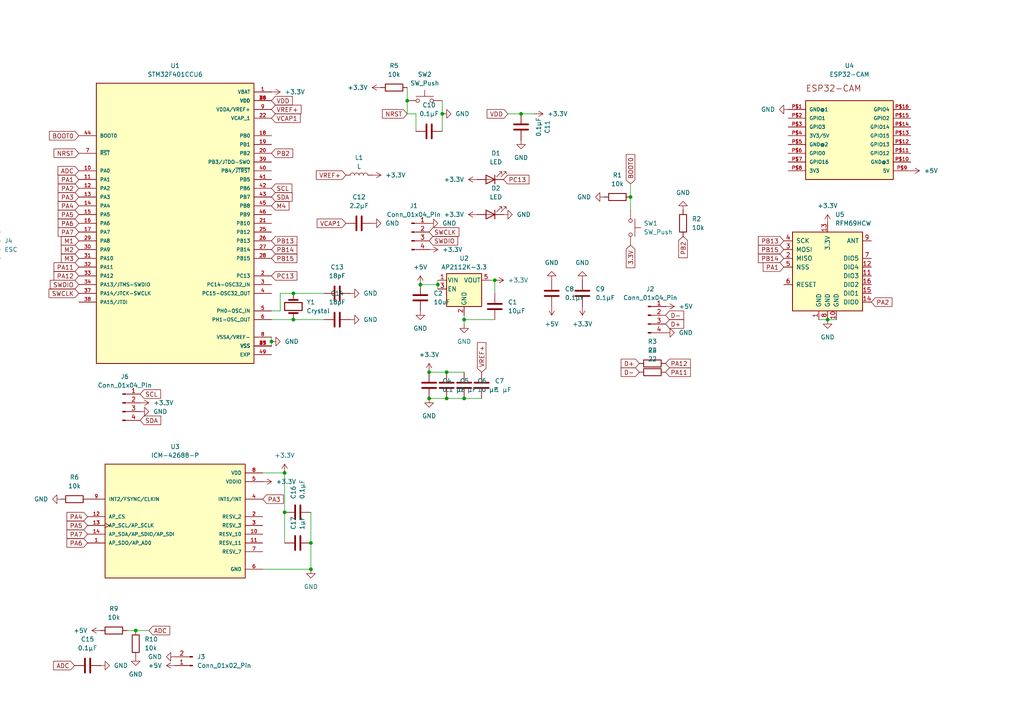
<source format=kicad_sch>
(kicad_sch (version 20231120) (generator "eeschema") (generator_version "8.0")
  (paper "A4")
  (lib_symbols
    (symbol "Connector:Conn_01x02_Pin" (pin_names (offset 1.016) hide)
      (property "Reference" "J" (at 0 2.54 0))
      (property "Value" "Conn_01x02_Pin" (at 0 -5.08 0))
      (symbol "Conn_01x02_Pin_1_1"
        (polyline (pts (xy 1.27 -2.54) (xy 0.8636 -2.54)) (stroke (width 0.1524)))
        (polyline (pts (xy 1.27 0) (xy 0.8636 0)) (stroke (width 0.1524)))
        (rectangle (start 0.8636 -2.413) (end 0 -2.667) (stroke (width 0.1524)) (fill (type outline)))
        (rectangle (start 0.8636 0.127) (end 0 -0.127) (stroke (width 0.1524)) (fill (type outline)))
        (pin passive line (at 5.08 0 180) (length 3.81) (name "Pin_1") (number "1"))
        (pin passive line (at 5.08 -2.54 180) (length 3.81) (name "Pin_2") (number "2"))
      )
    )
    (symbol "Connector:Conn_01x04_Pin" (pin_names (offset 1.016) hide)
      (property "Reference" "J" (at 0 5.08 0))
      (property "Value" "Conn_01x04_Pin" (at 0 -7.62 0))
      (symbol "Conn_01x04_Pin_1_1"
        (polyline (pts (xy 1.27 -5.08) (xy 0.8636 -5.08)) (stroke (width 0.1524)))
        (polyline (pts (xy 1.27 -2.54) (xy 0.8636 -2.54)) (stroke (width 0.1524)))
        (polyline (pts (xy 1.27 0) (xy 0.8636 0)) (stroke (width 0.1524)))
        (polyline (pts (xy 1.27 2.54) (xy 0.8636 2.54)) (stroke (width 0.1524)))
        (rectangle (start 0.8636 -4.953) (end 0 -5.207) (stroke (width 0.1524)) (fill (type outline)))
        (rectangle (start 0.8636 -2.413) (end 0 -2.667) (stroke (width 0.1524)) (fill (type outline)))
        (rectangle (start 0.8636 0.127) (end 0 -0.127) (stroke (width 0.1524)) (fill (type outline)))
        (rectangle (start 0.8636 2.667) (end 0 2.413) (stroke (width 0.1524)) (fill (type outline)))
        (pin passive line (at 5.08 2.54 180) (length 3.81) (name "Pin_1") (number "1"))
        (pin passive line (at 5.08 0 180) (length 3.81) (name "Pin_2") (number "2"))
        (pin passive line (at 5.08 -2.54 180) (length 3.81) (name "Pin_3") (number "3"))
        (pin passive line (at 5.08 -5.08 180) (length 3.81) (name "Pin_4") (number "4"))
      )
    )
    (symbol "Device:C" (pin_numbers hide) (pin_names (offset 0.254))
      (property "Reference" "C" (at 0.635 2.54 0))
      (property "Value" "C" (at 0.635 -2.54 0))
      (symbol "C_0_1"
        (polyline (pts (xy -2.032 -0.762) (xy 2.032 -0.762)) (stroke (width 0.508)))
        (polyline (pts (xy -2.032 0.762) (xy 2.032 0.762)) (stroke (width 0.508)))
      )
      (symbol "C_1_1"
        (pin passive line (at 0 3.81 270) (length 2.794) (name "~") (number "1"))
        (pin passive line (at 0 -3.81 90) (length 2.794) (name "~") (number "2"))
      )
    )
    (symbol "Device:Crystal" (pin_numbers hide) (pin_names (offset 1.016) hide)
      (property "Reference" "Y" (at 0 3.81 0))
      (property "Value" "Crystal" (at 0 -3.81 0))
      (symbol "Crystal_0_1"
        (rectangle (start -1.143 2.54) (end 1.143 -2.54) (stroke (width 0.3048)))
        (polyline (pts (xy -2.54 0) (xy -1.905 0)))
        (polyline (pts (xy -1.905 -1.27) (xy -1.905 1.27)) (stroke (width 0.508)))
        (polyline (pts (xy 1.905 -1.27) (xy 1.905 1.27)) (stroke (width 0.508)))
        (polyline (pts (xy 2.54 0) (xy 1.905 0)))
      )
      (symbol "Crystal_1_1"
        (pin passive line (at -3.81 0 0) (length 1.27) (name "1") (number "1"))
        (pin passive line (at 3.81 0 180) (length 1.27) (name "2") (number "2"))
      )
    )
    (symbol "Device:L" (pin_numbers hide) (pin_names (offset 1.016) hide)
      (property "Reference" "L" (at -1.27 0 90))
      (property "Value" "L" (at 1.905 0 90))
      (symbol "L_0_1"
        (arc (start 0 -2.54) (mid 0.6323 -1.905) (end 0 -1.27))
        (arc (start 0 -1.27) (mid 0.6323 -0.635) (end 0 0))
        (arc (start 0 0) (mid 0.6323 0.635) (end 0 1.27))
        (arc (start 0 1.27) (mid 0.6323 1.905) (end 0 2.54))
      )
      (symbol "L_1_1"
        (pin passive line (at 0 3.81 270) (length 1.27) (name "1") (number "1"))
        (pin passive line (at 0 -3.81 90) (length 1.27) (name "2") (number "2"))
      )
    )
    (symbol "Device:LED" (pin_numbers hide) (pin_names (offset 1.016) hide)
      (property "Reference" "D" (at 0 2.54 0))
      (property "Value" "LED" (at 0 -2.54 0))
      (symbol "LED_0_1"
        (polyline (pts (xy -1.27 -1.27) (xy -1.27 1.27)) (stroke (width 0.254)))
        (polyline (pts (xy -1.27 0) (xy 1.27 0)))
        (polyline (pts (xy 1.27 -1.27) (xy 1.27 1.27) (xy -1.27 0) (xy 1.27 -1.27)) (stroke (width 0.254)))
        (polyline (pts (xy -3.048 -0.762) (xy -4.572 -2.286) (xy -3.81 -2.286) (xy -4.572 -2.286) (xy -4.572 -1.524)))
        (polyline (pts (xy -1.778 -0.762) (xy -3.302 -2.286) (xy -2.54 -2.286) (xy -3.302 -2.286) (xy -3.302 -1.524)))
      )
      (symbol "LED_1_1"
        (pin passive line (at -3.81 0 0) (length 2.54) (name "K") (number "1"))
        (pin passive line (at 3.81 0 180) (length 2.54) (name "A") (number "2"))
      )
    )
    (symbol "Device:R" (pin_numbers hide) (pin_names (offset 0))
      (property "Reference" "R" (at 2.032 0 90))
      (property "Value" "R" (at 0 0 90))
      (symbol "R_0_1"
        (rectangle (start -1.016 -2.54) (end 1.016 2.54) (stroke (width 0.254)))
      )
      (symbol "R_1_1"
        (pin passive line (at 0 3.81 270) (length 1.27) (name "~") (number "1"))
        (pin passive line (at 0 -3.81 90) (length 1.27) (name "~") (number "2"))
      )
    )
    (symbol "ESP32-CAM:ESP32-CAM" (pin_names (offset 1.016))
      (property "Reference" "U" (at 0 0 0))
      (property "Value" "ESP32-CAM" (at 0 0 0))
      (symbol "ESP32-CAM_0_0"
        (rectangle (start -12.7 -10.16) (end 12.7 12.7) (stroke (width 0.254)) (fill (type background)))
        (text "ESP32-CAM" (at -12.7 15.24 0) (effects (font (size 1.778 1.778)) (justify left bottom)))
        (pin bidirectional line (at -17.78 10.16 0) (length 5.08) (name "GND@1") (number "P$1"))
        (pin bidirectional line (at 17.78 -5.08 180) (length 5.08) (name "GND@3") (number "P$10"))
        (pin bidirectional line (at 17.78 -2.54 180) (length 5.08) (name "GPIO12") (number "P$11"))
        (pin bidirectional line (at 17.78 0 180) (length 5.08) (name "GPIO13") (number "P$12"))
        (pin bidirectional line (at 17.78 2.54 180) (length 5.08) (name "GPIO15") (number "P$13"))
        (pin bidirectional line (at 17.78 5.08 180) (length 5.08) (name "GPIO14") (number "P$14"))
        (pin bidirectional line (at 17.78 7.62 180) (length 5.08) (name "GPIO2") (number "P$15"))
        (pin bidirectional line (at 17.78 10.16 180) (length 5.08) (name "GPIO4") (number "P$16"))
        (pin bidirectional line (at -17.78 7.62 0) (length 5.08) (name "GPIO1") (number "P$2"))
        (pin bidirectional line (at -17.78 5.08 0) (length 5.08) (name "GPIO3") (number "P$3"))
        (pin bidirectional line (at -17.78 2.54 0) (length 5.08) (name "3V3/5V") (number "P$4"))
        (pin bidirectional line (at -17.78 0 0) (length 5.08) (name "GND@2") (number "P$5"))
        (pin bidirectional line (at -17.78 -2.54 0) (length 5.08) (name "GPIO0") (number "P$6"))
        (pin bidirectional line (at -17.78 -5.08 0) (length 5.08) (name "GPIO16") (number "P$7"))
        (pin bidirectional line (at -17.78 -7.62 0) (length 5.08) (name "3V3") (number "P$8"))
        (pin bidirectional line (at 17.78 -7.62 180) (length 5.08) (name "5V") (number "P$9"))
      )
    )
    (symbol "ICM-42688-P:ICM-42688-P" (pin_names (offset 1.016))
      (property "Reference" "U" (at -20.32 16.002 0))
      (property "Value" "ICM-42688-P" (at -20.32 -20.32 0))
      (symbol "ICM-42688-P_0_0"
        (rectangle (start -20.32 -17.78) (end 20.32 15.24) (stroke (width 0.254)) (fill (type background)))
        (pin bidirectional line (at -25.4 -7.62 0) (length 5.08) (name "AP_SDO/AP_AD0") (number "1"))
        (pin passive line (at 25.4 -5.08 180) (length 5.08) (name "RESV_10") (number "10"))
        (pin passive line (at 25.4 -7.62 180) (length 5.08) (name "RESV_11") (number "11"))
        (pin input line (at -25.4 0 0) (length 5.08) (name "AP_CS") (number "12"))
        (pin input clock (at -25.4 -2.54 0) (length 5.08) (name "AP_SCL/AP_SCLK") (number "13"))
        (pin bidirectional line (at -25.4 -5.08 0) (length 5.08) (name "AP_SDA/AP_SDIO/AP_SDI") (number "14"))
        (pin passive line (at 25.4 0 180) (length 5.08) (name "RESV_2") (number "2"))
        (pin passive line (at 25.4 -2.54 180) (length 5.08) (name "RESV_3") (number "3"))
        (pin output line (at 25.4 5.08 180) (length 5.08) (name "INT1/INT") (number "4"))
        (pin power_in line (at 25.4 10.16 180) (length 5.08) (name "VDDIO") (number "5"))
        (pin power_in line (at 25.4 -15.24 180) (length 5.08) (name "GND") (number "6"))
        (pin passive line (at 25.4 -10.16 180) (length 5.08) (name "RESV_7") (number "7"))
        (pin power_in line (at 25.4 12.7 180) (length 5.08) (name "VDD") (number "8"))
        (pin bidirectional line (at -25.4 5.08 0) (length 5.08) (name "INT2/FSYNC/CLKIN") (number "9"))
      )
    )
    (symbol "RF_Module:RFM69HCW" (pin_names (offset 1.016))
      (property "Reference" "U" (at -10.414 11.684 0))
      (property "Value" "RFM69HCW" (at 1.524 11.43 0))
      (symbol "RFM69HCW_0_1"
        (rectangle (start -10.16 10.16) (end 10.16 -12.7) (stroke (width 0.254)) (fill (type background)))
      )
      (symbol "RFM69HCW_1_1"
        (pin power_in line (at -2.54 -15.24 90) (length 2.54) (name "GND") (number "1"))
        (pin power_in line (at 2.54 -15.24 90) (length 2.54) (name "GND") (number "10"))
        (pin bidirectional line (at 12.7 -2.54 180) (length 2.54) (name "DIO3") (number "11"))
        (pin bidirectional line (at 12.7 0 180) (length 2.54) (name "DIO4") (number "12"))
        (pin power_in line (at 0 12.7 270) (length 2.54) (name "3.3V") (number "13"))
        (pin bidirectional line (at 12.7 -10.16 180) (length 2.54) (name "DIO0") (number "14"))
        (pin bidirectional line (at 12.7 -7.62 180) (length 2.54) (name "DIO1") (number "15"))
        (pin bidirectional line (at 12.7 -5.08 180) (length 2.54) (name "DIO2") (number "16"))
        (pin output line (at -12.7 2.54 0) (length 2.54) (name "MISO") (number "2"))
        (pin input line (at -12.7 5.08 0) (length 2.54) (name "MOSI") (number "3"))
        (pin input line (at -12.7 7.62 0) (length 2.54) (name "SCK") (number "4"))
        (pin input line (at -12.7 0 0) (length 2.54) (name "NSS") (number "5"))
        (pin bidirectional line (at -12.7 -5.08 0) (length 2.54) (name "RESET") (number "6"))
        (pin bidirectional line (at 12.7 2.54 180) (length 2.54) (name "DIO5") (number "7"))
        (pin power_in line (at 0 -15.24 90) (length 2.54) (name "GND") (number "8"))
        (pin bidirectional line (at 12.7 7.62 180) (length 2.54) (name "ANT") (number "9"))
      )
    )
    (symbol "Regulator_Linear:AP2112K-3.3" (pin_names (offset 0.254))
      (property "Reference" "U" (at -5.08 5.715 0))
      (property "Value" "AP2112K-3.3" (at 0 5.715 0))
      (symbol "AP2112K-3.3_0_1"
        (rectangle (start -5.08 4.445) (end 5.08 -5.08) (stroke (width 0.254)) (fill (type background)))
      )
      (symbol "AP2112K-3.3_1_1"
        (pin power_in line (at -7.62 2.54 0) (length 2.54) (name "VIN") (number "1"))
        (pin power_in line (at 0 -7.62 90) (length 2.54) (name "GND") (number "2"))
        (pin input line (at -7.62 0 0) (length 2.54) (name "EN") (number "3"))
        (pin no_connect line (at 5.08 0 180) (length 2.54) hide (name "NC") (number "4"))
        (pin power_out line (at 7.62 2.54 180) (length 2.54) (name "VOUT") (number "5"))
      )
    )
    (symbol "STM32F401CCU6:STM32F401CCU6" (pin_names (offset 1.016))
      (property "Reference" "U" (at -22.86 41.402 0))
      (property "Value" "STM32F401CCU6" (at -22.86 -43.18 0))
      (symbol "STM32F401CCU6_0_0"
        (rectangle (start -22.86 -40.64) (end 22.86 40.64) (stroke (width 0.254)) (fill (type background)))
        (pin power_in line (at 27.94 38.1 180) (length 5.08) (name "VBAT") (number "1"))
        (pin bidirectional line (at -27.94 15.24 0) (length 5.08) (name "PA0") (number "10"))
        (pin bidirectional line (at -27.94 12.7 0) (length 5.08) (name "PA1") (number "11"))
        (pin bidirectional line (at -27.94 10.16 0) (length 5.08) (name "PA2") (number "12"))
        (pin bidirectional line (at -27.94 7.62 0) (length 5.08) (name "PA3") (number "13"))
        (pin bidirectional line (at -27.94 5.08 0) (length 5.08) (name "PA4") (number "14"))
        (pin bidirectional line (at -27.94 2.54 0) (length 5.08) (name "PA5") (number "15"))
        (pin bidirectional line (at -27.94 0 0) (length 5.08) (name "PA6") (number "16"))
        (pin bidirectional line (at -27.94 -2.54 0) (length 5.08) (name "PA7") (number "17"))
        (pin bidirectional line (at 27.94 25.4 180) (length 5.08) (name "PB0") (number "18"))
        (pin bidirectional line (at 27.94 22.86 180) (length 5.08) (name "PB1") (number "19"))
        (pin bidirectional line (at 27.94 -15.24 180) (length 5.08) (name "PC13") (number "2"))
        (pin bidirectional line (at 27.94 20.32 180) (length 5.08) (name "PB2") (number "20"))
        (pin bidirectional line (at 27.94 0 180) (length 5.08) (name "PB10") (number "21"))
        (pin power_in line (at 27.94 30.48 180) (length 5.08) (name "VCAP_1") (number "22"))
        (pin power_in line (at 27.94 -35.56 180) (length 5.08) (name "VSS") (number "23"))
        (pin power_in line (at 27.94 35.56 180) (length 5.08) (name "VDD") (number "24"))
        (pin bidirectional line (at 27.94 -2.54 180) (length 5.08) (name "PB12") (number "25"))
        (pin bidirectional line (at 27.94 -5.08 180) (length 5.08) (name "PB13") (number "26"))
        (pin bidirectional line (at 27.94 -7.62 180) (length 5.08) (name "PB14") (number "27"))
        (pin bidirectional line (at 27.94 -10.16 180) (length 5.08) (name "PB15") (number "28"))
        (pin bidirectional line (at -27.94 -5.08 0) (length 5.08) (name "PA8") (number "29"))
        (pin bidirectional line (at 27.94 -17.78 180) (length 5.08) (name "PC14-OSC32_IN") (number "3"))
        (pin bidirectional line (at -27.94 -7.62 0) (length 5.08) (name "PA9") (number "30"))
        (pin bidirectional line (at -27.94 -10.16 0) (length 5.08) (name "PA10") (number "31"))
        (pin bidirectional line (at -27.94 -12.7 0) (length 5.08) (name "PA11") (number "32"))
        (pin bidirectional line (at -27.94 -15.24 0) (length 5.08) (name "PA12") (number "33"))
        (pin bidirectional line (at -27.94 -17.78 0) (length 5.08) (name "PA13/JTMS-SWDIO") (number "34"))
        (pin power_in line (at 27.94 -35.56 180) (length 5.08) (name "VSS") (number "35"))
        (pin power_in line (at 27.94 35.56 180) (length 5.08) (name "VDD") (number "36"))
        (pin bidirectional line (at -27.94 -20.32 0) (length 5.08) (name "PA14/JTCK-SWCLK") (number "37"))
        (pin bidirectional line (at -27.94 -22.86 0) (length 5.08) (name "PA15/JTDI") (number "38"))
        (pin bidirectional line (at 27.94 17.78 180) (length 5.08) (name "PB3/JTDO-SWO") (number "39"))
        (pin bidirectional line (at 27.94 -20.32 180) (length 5.08) (name "PC15-OSC32_OUT") (number "4"))
        (pin bidirectional line (at 27.94 15.24 180) (length 5.08) (name "PB4/~{JTRST}") (number "40"))
        (pin bidirectional line (at 27.94 12.7 180) (length 5.08) (name "PB5") (number "41"))
        (pin bidirectional line (at 27.94 10.16 180) (length 5.08) (name "PB6") (number "42"))
        (pin bidirectional line (at 27.94 7.62 180) (length 5.08) (name "PB7") (number "43"))
        (pin input line (at -27.94 25.4 0) (length 5.08) (name "BOOT0") (number "44"))
        (pin bidirectional line (at 27.94 5.08 180) (length 5.08) (name "PB8") (number "45"))
        (pin bidirectional line (at 27.94 2.54 180) (length 5.08) (name "PB9") (number "46"))
        (pin power_in line (at 27.94 -35.56 180) (length 5.08) (name "VSS") (number "47"))
        (pin power_in line (at 27.94 35.56 180) (length 5.08) (name "VDD") (number "48"))
        (pin power_in line (at 27.94 -38.1 180) (length 5.08) (name "EXP") (number "49"))
        (pin bidirectional line (at 27.94 -25.4 180) (length 5.08) (name "PH0-OSC_IN") (number "5"))
        (pin bidirectional line (at 27.94 -27.94 180) (length 5.08) (name "PH1-OSC_OUT") (number "6"))
        (pin bidirectional line (at -27.94 20.32 0) (length 5.08) (name "~{RST}") (number "7"))
        (pin power_in line (at 27.94 -33.02 180) (length 5.08) (name "VSSA/VREF-") (number "8"))
        (pin power_in line (at 27.94 33.02 180) (length 5.08) (name "VDDA/VREF+") (number "9"))
      )
    )
    (symbol "Switch:SW_Push" (pin_numbers hide) (pin_names (offset 1.016) hide)
      (property "Reference" "SW" (at 1.27 2.54 0))
      (property "Value" "SW_Push" (at 0 -1.524 0))
      (symbol "SW_Push_0_1"
        (circle (center -2.032 0) (radius 0.508))
        (polyline (pts (xy 0 1.27) (xy 0 3.048)))
        (polyline (pts (xy 2.54 1.27) (xy -2.54 1.27)))
        (circle (center 2.032 0) (radius 0.508))
        (pin passive line (at -5.08 0 0) (length 2.54) (name "1") (number "1"))
        (pin passive line (at 5.08 0 180) (length 2.54) (name "2") (number "2"))
      )
    )
    (symbol "power:+3.3V" (power) (pin_numbers hide) (pin_names (offset 0) hide)
      (property "Value" "+3.3V" (at 0 3.556 0))
      (symbol "+3.3V_0_1"
        (polyline (pts (xy -0.762 1.27) (xy 0 2.54)))
        (polyline (pts (xy 0 0) (xy 0 2.54)))
        (polyline (pts (xy 0 2.54) (xy 0.762 1.27)))
      )
      (symbol "+3.3V_1_1"
        (pin power_in line (at 0 0 90) (length 0) (name "~") (number "1"))
      )
    )
    (symbol "power:+5V" (power) (pin_numbers hide) (pin_names (offset 0) hide)
      (property "Value" "+5V" (at 0 3.556 0))
      (symbol "+5V_0_1"
        (polyline (pts (xy -0.762 1.27) (xy 0 2.54)))
        (polyline (pts (xy 0 0) (xy 0 2.54)))
        (polyline (pts (xy 0 2.54) (xy 0.762 1.27)))
      )
      (symbol "+5V_1_1"
        (pin power_in line (at 0 0 90) (length 0) (name "~") (number "1"))
      )
    )
    (symbol "power:GND" (power) (pin_numbers hide) (pin_names (offset 0) hide)
      (property "Value" "GND" (at 0 -3.81 0))
      (symbol "GND_0_1"
        (polyline (pts (xy 0 0) (xy 0 -1.27) (xy 1.27 -1.27) (xy 0 -2.54) (xy -1.27 -1.27) (xy 0 -1.27)))
      )
      (symbol "GND_1_1"
        (pin power_in line (at 0 0 270) (length 0) (name "~") (number "1"))
      )
    )
  )
  (junction (at 124.46 107.95))
  (junction (at 118.11 29.21))
  (junction (at 129.54 107.95))
  (junction (at 143.51 81.28))
  (junction (at 90.17 165.1))
  (junction (at 39.37 182.88))
  (junction (at 182.88 57.15))
  (junction (at 151.13 33.02))
  (junction (at 127 82.55))
  (junction (at 85.09 92.71))
  (junction (at 90.17 157.48))
  (junction (at 85.09 85.09))
  (junction (at 129.54 115.57))
  (junction (at 134.62 115.57))
  (junction (at 128.27 33.02))
  (junction (at 82.55 137.16))
  (junction (at 121.92 82.55))
  (junction (at 82.55 148.59))
  (junction (at 240.03 92.71))
  (junction (at 78.74 99.06))
  (junction (at 134.62 92.71))
  (junction (at 124.46 115.57))
  (wire (pts (xy 151.13 33.02) (xy 154.94 33.02)))
  (wire (pts (xy 78.74 90.17) (xy 81.28 90.17)))
  (wire (pts (xy 127 81.28) (xy 127 82.55)))
  (wire (pts (xy 82.55 148.59) (xy 82.55 157.48)))
  (wire (pts (xy 240.03 92.71) (xy 242.57 92.71)))
  (wire (pts (xy 120.65 38.1) (xy 120.65 33.02)))
  (wire (pts (xy 93.98 85.09) (xy 85.09 85.09)))
  (wire (pts (xy 93.98 92.71) (xy 85.09 92.71)))
  (wire (pts (xy 90.17 165.1) (xy 76.2 165.1)))
  (wire (pts (xy 147.32 33.02) (xy 151.13 33.02)))
  (wire (pts (xy 237.49 92.71) (xy 240.03 92.71)))
  (wire (pts (xy 182.88 53.34) (xy 182.88 57.15)))
  (wire (pts (xy 120.65 33.02) (xy 118.11 33.02)))
  (wire (pts (xy 124.46 115.57) (xy 129.54 115.57)))
  (wire (pts (xy 39.37 182.88) (xy 36.83 182.88)))
  (wire (pts (xy 121.92 82.55) (xy 127 82.55)))
  (wire (pts (xy 90.17 148.59) (xy 90.17 157.48)))
  (wire (pts (xy 143.51 81.28) (xy 142.24 81.28)))
  (wire (pts (xy 78.74 97.79) (xy 78.74 99.06)))
  (wire (pts (xy 128.27 29.21) (xy 128.27 33.02)))
  (wire (pts (xy 134.62 93.98) (xy 134.62 92.71)))
  (wire (pts (xy 128.27 33.02) (xy 128.27 38.1)))
  (wire (pts (xy 82.55 137.16) (xy 82.55 148.59)))
  (wire (pts (xy 127 82.55) (xy 127 83.82)))
  (wire (pts (xy 81.28 90.17) (xy 81.28 85.09)))
  (wire (pts (xy 134.62 92.71) (xy 134.62 91.44)))
  (wire (pts (xy 118.11 29.21) (xy 118.11 33.02)))
  (wire (pts (xy 78.74 92.71) (xy 85.09 92.71)))
  (wire (pts (xy 78.74 99.06) (xy 78.74 100.33)))
  (wire (pts (xy 129.54 115.57) (xy 134.62 115.57)))
  (wire (pts (xy 134.62 115.57) (xy 139.7 115.57)))
  (wire (pts (xy 182.88 57.15) (xy 182.88 60.96)))
  (wire (pts (xy 134.62 92.71) (xy 143.51 92.71)))
  (wire (pts (xy 81.28 85.09) (xy 85.09 85.09)))
  (wire (pts (xy 43.18 182.88) (xy 39.37 182.88)))
  (wire (pts (xy 76.2 137.16) (xy 82.55 137.16)))
  (wire (pts (xy 118.11 25.4) (xy 118.11 29.21)))
  (wire (pts (xy 129.54 107.95) (xy 134.62 107.95)))
  (wire (pts (xy 124.46 107.95) (xy 129.54 107.95)))
  (wire (pts (xy 143.51 81.28) (xy 143.51 85.09)))
  (wire (pts (xy 90.17 157.48) (xy 90.17 165.1)))
  (global_label "M2" (shape input) (at -5.08 69.85 180) (property "Intersheetrefs" "${INTERSHEET_REFS}" (effects (hide yes))))
  (global_label "PB14" (shape input) (at 227.33 74.93 180) (property "Intersheetrefs" "${INTERSHEET_REFS}" (effects (hide yes))))
  (global_label "VREF+" (shape input) (at 100.33 50.8 180) (property "Intersheetrefs" "${INTERSHEET_REFS}" (effects (hide yes))))
  (global_label "PA5" (shape input) (at 22.86 62.23 180) (property "Intersheetrefs" "${INTERSHEET_REFS}" (effects (hide yes))))
  (global_label "SWCLK" (shape input) (at 22.86 85.09 180) (property "Intersheetrefs" "${INTERSHEET_REFS}" (effects (hide yes))))
  (global_label "PB15" (shape input) (at 227.33 72.39 180) (property "Intersheetrefs" "${INTERSHEET_REFS}" (effects (hide yes))))
  (global_label "NRST" (shape input) (at 22.86 44.45 180) (property "Intersheetrefs" "${INTERSHEET_REFS}" (effects (hide yes))))
  (global_label "SCL" (shape input) (at 40.64 114.3 0) (property "Intersheetrefs" "${INTERSHEET_REFS}" (effects (hide yes))))
  (global_label "M2" (shape input) (at 22.86 72.39 180) (property "Intersheetrefs" "${INTERSHEET_REFS}" (effects (hide yes))))
  (global_label "VCAP1" (shape input) (at 100.33 64.77 180) (property "Intersheetrefs" "${INTERSHEET_REFS}" (effects (hide yes))))
  (global_label "PA6" (shape input) (at 25.4 157.48 180) (property "Intersheetrefs" "${INTERSHEET_REFS}" (effects (hide yes))))
  (global_label "BOOT0" (shape input) (at 22.86 39.37 180) (property "Intersheetrefs" "${INTERSHEET_REFS}" (effects (hide yes))))
  (global_label "PA1" (shape input) (at 227.33 77.47 180) (property "Intersheetrefs" "${INTERSHEET_REFS}" (effects (hide yes))))
  (global_label "D-" (shape input) (at 193.04 91.44 0) (property "Intersheetrefs" "${INTERSHEET_REFS}" (effects (hide yes))))
  (global_label "VREF+" (shape input) (at 139.7 107.95 90) (property "Intersheetrefs" "${INTERSHEET_REFS}" (effects (hide yes))))
  (global_label "SDA" (shape input) (at 78.74 57.15 0) (property "Intersheetrefs" "${INTERSHEET_REFS}" (effects (hide yes))))
  (global_label "3.3V" (shape input) (at 182.88 71.12 270) (property "Intersheetrefs" "${INTERSHEET_REFS}" (effects (hide yes))))
  (global_label "VREF+" (shape input) (at 78.74 31.75 0) (property "Intersheetrefs" "${INTERSHEET_REFS}" (effects (hide yes))))
  (global_label "PA11" (shape input) (at 22.86 77.47 180) (property "Intersheetrefs" "${INTERSHEET_REFS}" (effects (hide yes))))
  (global_label "PA12" (shape input) (at 193.04 105.41 0) (property "Intersheetrefs" "${INTERSHEET_REFS}" (effects (hide yes))))
  (global_label "M4" (shape input) (at 78.74 59.69 0) (property "Intersheetrefs" "${INTERSHEET_REFS}" (effects (hide yes))))
  (global_label "VDD" (shape input) (at 78.74 29.21 0) (property "Intersheetrefs" "${INTERSHEET_REFS}" (effects (hide yes))))
  (global_label "ADC" (shape input) (at 21.59 193.04 180) (property "Intersheetrefs" "${INTERSHEET_REFS}" (effects (hide yes))))
  (global_label "PB14" (shape input) (at 78.74 72.39 0) (property "Intersheetrefs" "${INTERSHEET_REFS}" (effects (hide yes))))
  (global_label "PA3" (shape input) (at 22.86 57.15 180) (property "Intersheetrefs" "${INTERSHEET_REFS}" (effects (hide yes))))
  (global_label "PA3" (shape input) (at 76.2 144.78 0) (property "Intersheetrefs" "${INTERSHEET_REFS}" (effects (hide yes))))
  (global_label "M3" (shape input) (at 22.86 74.93 180) (property "Intersheetrefs" "${INTERSHEET_REFS}" (effects (hide yes))))
  (global_label "D+" (shape input) (at 193.04 93.98 0) (property "Intersheetrefs" "${INTERSHEET_REFS}" (effects (hide yes))))
  (global_label "PA6" (shape input) (at 22.86 64.77 180) (property "Intersheetrefs" "${INTERSHEET_REFS}" (effects (hide yes))))
  (global_label "PA5" (shape input) (at 25.4 152.4 180) (property "Intersheetrefs" "${INTERSHEET_REFS}" (effects (hide yes))))
  (global_label "NRST" (shape input) (at 118.11 33.02 180) (property "Intersheetrefs" "${INTERSHEET_REFS}" (effects (hide yes))))
  (global_label "PA2" (shape input) (at 252.73 87.63 0) (property "Intersheetrefs" "${INTERSHEET_REFS}" (effects (hide yes))))
  (global_label "BOOT0" (shape input) (at 182.88 53.34 90) (property "Intersheetrefs" "${INTERSHEET_REFS}" (effects (hide yes))))
  (global_label "VCAP1" (shape input) (at 78.74 34.29 0) (property "Intersheetrefs" "${INTERSHEET_REFS}" (effects (hide yes))))
  (global_label "PA2" (shape input) (at 22.86 54.61 180) (property "Intersheetrefs" "${INTERSHEET_REFS}" (effects (hide yes))))
  (global_label "SWCLK" (shape input) (at 124.46 67.31 0) (property "Intersheetrefs" "${INTERSHEET_REFS}" (effects (hide yes))))
  (global_label "SWDIO" (shape input) (at 22.86 82.55 180) (property "Intersheetrefs" "${INTERSHEET_REFS}" (effects (hide yes))))
  (global_label "M3" (shape input) (at -5.08 72.39 180) (property "Intersheetrefs" "${INTERSHEET_REFS}" (effects (hide yes))))
  (global_label "PA7" (shape input) (at 25.4 154.94 180) (property "Intersheetrefs" "${INTERSHEET_REFS}" (effects (hide yes))))
  (global_label "PA12" (shape input) (at 22.86 80.01 180) (property "Intersheetrefs" "${INTERSHEET_REFS}" (effects (hide yes))))
  (global_label "M4" (shape input) (at -5.08 74.93 180) (property "Intersheetrefs" "${INTERSHEET_REFS}" (effects (hide yes))))
  (global_label "SDA" (shape input) (at 40.64 121.92 0) (property "Intersheetrefs" "${INTERSHEET_REFS}" (effects (hide yes))))
  (global_label "PC13" (shape input) (at 78.74 80.01 0) (property "Intersheetrefs" "${INTERSHEET_REFS}" (effects (hide yes))))
  (global_label "SCL" (shape input) (at 78.74 54.61 0) (property "Intersheetrefs" "${INTERSHEET_REFS}" (effects (hide yes))))
  (global_label "PA4" (shape input) (at 25.4 149.86 180) (property "Intersheetrefs" "${INTERSHEET_REFS}" (effects (hide yes))))
  (global_label "PC13" (shape input) (at 146.05 52.07 0) (property "Intersheetrefs" "${INTERSHEET_REFS}" (effects (hide yes))))
  (global_label "PB15" (shape input) (at 78.74 74.93 0) (property "Intersheetrefs" "${INTERSHEET_REFS}" (effects (hide yes))))
  (global_label "ADC" (shape input) (at 22.86 49.53 180) (property "Intersheetrefs" "${INTERSHEET_REFS}" (effects (hide yes))))
  (global_label "D-" (shape input) (at 185.42 107.95 180) (property "Intersheetrefs" "${INTERSHEET_REFS}" (effects (hide yes))))
  (global_label "M1" (shape input) (at -5.08 67.31 180) (property "Intersheetrefs" "${INTERSHEET_REFS}" (effects (hide yes))))
  (global_label "VDD" (shape input) (at 147.32 33.02 180) (property "Intersheetrefs" "${INTERSHEET_REFS}" (effects (hide yes))))
  (global_label "PA1" (shape input) (at 22.86 52.07 180) (property "Intersheetrefs" "${INTERSHEET_REFS}" (effects (hide yes))))
  (global_label "PA11" (shape input) (at 193.04 107.95 0) (property "Intersheetrefs" "${INTERSHEET_REFS}" (effects (hide yes))))
  (global_label "M1" (shape input) (at 22.86 69.85 180) (property "Intersheetrefs" "${INTERSHEET_REFS}" (effects (hide yes))))
  (global_label "ADC" (shape input) (at 43.18 182.88 0) (property "Intersheetrefs" "${INTERSHEET_REFS}" (effects (hide yes))))
  (global_label "PB2" (shape input) (at 198.12 68.58 270) (property "Intersheetrefs" "${INTERSHEET_REFS}" (effects (hide yes))))
  (global_label "D+" (shape input) (at 185.42 105.41 180) (property "Intersheetrefs" "${INTERSHEET_REFS}" (effects (hide yes))))
  (global_label "PB13" (shape input) (at 78.74 69.85 0) (property "Intersheetrefs" "${INTERSHEET_REFS}" (effects (hide yes))))
  (global_label "PA7" (shape input) (at 22.86 67.31 180) (property "Intersheetrefs" "${INTERSHEET_REFS}" (effects (hide yes))))
  (global_label "SWDIO" (shape input) (at 124.46 69.85 0) (property "Intersheetrefs" "${INTERSHEET_REFS}" (effects (hide yes))))
  (global_label "PA4" (shape input) (at 22.86 59.69 180) (property "Intersheetrefs" "${INTERSHEET_REFS}" (effects (hide yes))))
  (global_label "PB2" (shape input) (at 78.74 44.45 0) (property "Intersheetrefs" "${INTERSHEET_REFS}" (effects (hide yes))))
  (global_label "PB13" (shape input) (at 227.33 69.85 180) (property "Intersheetrefs" "${INTERSHEET_REFS}" (effects (hide yes))))
  (symbol (lib_id "power:+3.3V") (at 240.03 64.77 0) (unit 1)
    (property "Reference" "#PWR036" (effects (hide yes)))
    (property "Value" "+3.3V" (at 240.03 59.69 0))
    (property "Description" "Power symbol creates a global label with name \"+3.3V\"" (effects (hide yes)))
  )
  (symbol (lib_id "Connector:Conn_01x02_Pin") (at 55.88 193.04 180) (unit 1)
    (property "Reference" "J3" (at 57.15 190.4999 0) (effects (justify right)))
    (property "Value" "Conn_01x02_Pin" (at 57.15 193.0399 0) (effects (justify right)))
    (property "Footprint" "Connector_PinHeader_1.00mm:PinHeader_1x02_P1.00mm_Vertical" (effects (hide yes)))
    (property "Description" "Generic connector, single row, 01x02, script generated" (effects (hide yes)))
  )
  (symbol (lib_id "Device:C") (at 129.54 111.76 0) (unit 1)
    (property "Reference" "C5" (at 133.35 110.4899 0) (effects (justify left)))
    (property "Value" "1 µF" (at 133.35 113.0299 0) (effects (justify left)))
    (property "Footprint" "Capacitor_SMD:C_0805_2012Metric_Pad1.18x1.45mm_HandSolder" (effects (hide yes)))
    (property "Description" "Unpolarized capacitor" (effects (hide yes)))
  )
  (symbol (lib_id "Device:C") (at 139.7 111.76 0) (unit 1)
    (property "Reference" "C7" (at 143.51 110.4899 0) (effects (justify left)))
    (property "Value" "1 µF" (at 143.51 113.0299 0) (effects (justify left)))
    (property "Footprint" "Capacitor_SMD:C_0805_2012Metric_Pad1.18x1.45mm_HandSolder" (effects (hide yes)))
    (property "Description" "Unpolarized capacitor" (effects (hide yes)))
  )
  (symbol (lib_id "Device:R") (at 39.37 186.69 0) (unit 1)
    (property "Reference" "R10" (at 41.91 185.4199 0) (effects (justify left)))
    (property "Value" "10k" (at 41.91 187.9599 0) (effects (justify left)))
    (property "Footprint" "Resistor_SMD:R_0805_2012Metric_Pad1.20x1.40mm_HandSolder" (effects (hide yes)))
    (property "Description" "Resistor" (effects (hide yes)))
  )
  (symbol (lib_id "Device:R") (at 21.59 144.78 90) (unit 1)
    (property "Reference" "R6" (at 21.59 138.43 90))
    (property "Value" "10k" (at 21.59 140.97 90))
    (property "Footprint" "Resistor_SMD:R_0805_2012Metric_Pad1.20x1.40mm_HandSolder" (effects (hide yes)))
    (property "Description" "Resistor" (effects (hide yes)))
  )
  (symbol (lib_id "Device:R") (at 33.02 182.88 90) (unit 1)
    (property "Reference" "R9" (at 33.02 176.53 90))
    (property "Value" "10k" (at 33.02 179.07 90))
    (property "Footprint" "Resistor_SMD:R_0805_2012Metric_Pad1.20x1.40mm_HandSolder" (effects (hide yes)))
    (property "Description" "Resistor" (effects (hide yes)))
  )
  (symbol (lib_id "power:GND") (at 193.04 96.52 90) (unit 1)
    (property "Reference" "#PWR021" (effects (hide yes)))
    (property "Value" "GND" (at 196.85 96.5201 90) (effects (justify right)))
    (property "Description" "Power symbol creates a global label with name \"GND\" , ground" (effects (hide yes)))
  )
  (symbol (lib_id "power:+5V") (at 160.02 88.9 180) (unit 1)
    (property "Reference" "#PWR017" (effects (hide yes)))
    (property "Value" "+5V" (at 160.02 93.98 0))
    (property "Description" "Power symbol creates a global label with name \"+5V\"" (effects (hide yes)))
  )
  (symbol (lib_id "power:GND") (at 228.6 31.75 270) (unit 1)
    (property "Reference" "#PWR034" (effects (hide yes)))
    (property "Value" "GND" (at 224.79 31.7499 90) (effects (justify right)))
    (property "Description" "Power symbol creates a global label with name \"GND\" , ground" (effects (hide yes)))
  )
  (symbol (lib_id "power:GND") (at 40.64 119.38 90) (unit 1)
    (property "Reference" "#PWR045" (effects (hide yes)))
    (property "Value" "GND" (at 44.45 119.3801 90) (effects (justify right)))
    (property "Description" "Power symbol creates a global label with name \"GND\" , ground" (effects (hide yes)))
  )
  (symbol (lib_id "Connector:Conn_01x04_Pin") (at 187.96 91.44 0) (unit 1)
    (property "Reference" "J2" (at 188.595 83.82 0))
    (property "Value" "Conn_01x04_Pin" (at 188.595 86.36 0))
    (property "Footprint" "Connector_PinHeader_1.00mm:PinHeader_1x04_P1.00mm_Vertical" (effects (hide yes)))
    (property "Description" "Generic connector, single row, 01x04, script generated" (effects (hide yes)))
  )
  (symbol (lib_id "power:+3.3V") (at 154.94 33.02 270) (unit 1)
    (property "Reference" "#PWR025" (effects (hide yes)))
    (property "Value" "+3.3V" (at 158.75 33.0199 90) (effects (justify left)))
    (property "Description" "Power symbol creates a global label with name \"+3.3V\"" (effects (hide yes)))
  )
  (symbol (lib_id "Device:L") (at 104.14 50.8 90) (unit 1)
    (property "Reference" "L1" (at 104.14 45.72 90))
    (property "Value" "L" (at 104.14 48.26 90))
    (property "Footprint" "Resistor_SMD:R_0805_2012Metric_Pad1.20x1.40mm_HandSolder" (effects (hide yes)))
    (property "Description" "Inductor" (effects (hide yes)))
  )
  (symbol (lib_id "power:GND") (at 240.03 92.71 0) (unit 1)
    (property "Reference" "#PWR035" (effects (hide yes)))
    (property "Value" "GND" (at 240.03 97.79 0))
    (property "Description" "Power symbol creates a global label with name \"GND\" , ground" (effects (hide yes)))
  )
  (symbol (lib_id "power:GND") (at 101.6 92.71 90) (unit 1)
    (property "Reference" "#PWR028" (effects (hide yes)))
    (property "Value" "GND" (at 105.41 92.7099 90) (effects (justify right)))
    (property "Description" "Power symbol creates a global label with name \"GND\" , ground" (effects (hide yes)))
  )
  (symbol (lib_id "power:+3.3V") (at 78.74 26.67 270) (unit 1)
    (property "Reference" "#PWR048" (effects (hide yes)))
    (property "Value" "+3.3V" (at 82.55 26.6699 90) (effects (justify left)))
    (property "Description" "Power symbol creates a global label with name \"+3.3V\"" (effects (hide yes)))
  )
  (symbol (lib_id "power:+5V") (at 121.92 82.55 0) (unit 1)
    (property "Reference" "#PWR013" (effects (hide yes)))
    (property "Value" "+5V" (at 121.92 77.47 0))
    (property "Description" "Power symbol creates a global label with name \"+5V\"" (effects (hide yes)))
  )
  (symbol (lib_id "Device:R") (at 114.3 25.4 90) (unit 1)
    (property "Reference" "R5" (at 114.3 19.05 90))
    (property "Value" "10k" (at 114.3 21.59 90))
    (property "Footprint" "Resistor_SMD:R_0805_2012Metric_Pad1.20x1.40mm_HandSolder" (effects (hide yes)))
    (property "Description" "Resistor" (effects (hide yes)))
  )
  (symbol (lib_id "power:+3.3V") (at 82.55 137.16 0) (unit 1)
    (property "Reference" "#PWR030" (effects (hide yes)))
    (property "Value" "+3.3V" (at 82.55 132.08 0))
    (property "Description" "Power symbol creates a global label with name \"+3.3V\"" (effects (hide yes)))
  )
  (symbol (lib_id "Device:R") (at 189.23 105.41 90) (unit 1)
    (property "Reference" "R3" (at 189.23 99.06 90))
    (property "Value" "22" (at 189.23 101.6 90))
    (property "Footprint" "Resistor_SMD:R_0805_2012Metric_Pad1.20x1.40mm_HandSolder" (effects (hide yes)))
    (property "Description" "Resistor" (effects (hide yes)))
  )
  (symbol (lib_id "Device:C") (at 121.92 86.36 0) (unit 1)
    (property "Reference" "C2" (at 125.73 85.0899 0) (effects (justify left)))
    (property "Value" "10uF" (at 125.73 87.6299 0) (effects (justify left)))
    (property "Footprint" "Capacitor_SMD:C_0805_2012Metric_Pad1.18x1.45mm_HandSolder" (effects (hide yes)))
    (property "Description" "Unpolarized capacitor" (effects (hide yes)))
  )
  (symbol (lib_id "Connector:Conn_01x04_Pin") (at 35.56 116.84 0) (unit 1)
    (property "Reference" "J6" (at 36.195 109.22 0))
    (property "Value" "Conn_01x04_Pin" (at 36.195 111.76 0))
    (property "Footprint" "Connector_PinHeader_1.00mm:PinHeader_1x04_P1.00mm_Vertical" (effects (hide yes)))
    (property "Description" "Generic connector, single row, 01x04, script generated" (effects (hide yes)))
  )
  (symbol (lib_id "power:GND") (at 17.78 144.78 270) (unit 1)
    (property "Reference" "#PWR032" (effects (hide yes)))
    (property "Value" "GND" (at 13.97 144.7799 90) (effects (justify right)))
    (property "Description" "Power symbol creates a global label with name \"GND\" , ground" (effects (hide yes)))
  )
  (symbol (lib_id "Device:Crystal") (at 85.09 88.9 90) (unit 1)
    (property "Reference" "Y1" (at 88.9 87.6299 90) (effects (justify right)))
    (property "Value" "Crystal" (at 88.9 90.1699 90) (effects (justify right)))
    (property "Footprint" "Crystal:Crystal_SMD_HC49-SD" (effects (hide yes)))
    (property "Description" "Two pin crystal" (effects (hide yes)))
  )
  (symbol (lib_id "Device:C") (at 143.51 88.9 0) (unit 1)
    (property "Reference" "C1" (at 147.32 87.6299 0) (effects (justify left)))
    (property "Value" "10 µF" (at 147.32 90.1699 0) (effects (justify left)))
    (property "Footprint" "Capacitor_SMD:C_0805_2012Metric_Pad1.18x1.45mm_HandSolder" (effects (hide yes)))
    (property "Description" "Unpolarized capacitor" (effects (hide yes)))
  )
  (symbol (lib_id "Device:C") (at 104.14 64.77 90) (unit 1)
    (property "Reference" "C12" (at 104.14 57.15 90))
    (property "Value" "2.2µF" (at 104.14 59.69 90))
    (property "Footprint" "Capacitor_SMD:C_0805_2012Metric_Pad1.18x1.45mm_HandSolder" (effects (hide yes)))
    (property "Description" "Unpolarized capacitor" (effects (hide yes)))
  )
  (symbol (lib_id "power:+5V") (at 29.21 182.88 90) (unit 1)
    (property "Reference" "#PWR042" (effects (hide yes)))
    (property "Value" "+5V" (at 25.4 182.8799 90) (effects (justify left)))
    (property "Description" "Power symbol creates a global label with name \"+5V\"" (effects (hide yes)))
  )
  (symbol (lib_id "Device:LED") (at 142.24 52.07 180) (unit 1)
    (property "Reference" "D1" (at 143.8275 44.45 0))
    (property "Value" "LED" (at 143.8275 46.99 0))
    (property "Footprint" "LED_THT:LED_D3.0mm" (effects (hide yes)))
    (property "Description" "Light emitting diode" (effects (hide yes)))
  )
  (symbol (lib_id "Device:C") (at 97.79 92.71 90) (unit 1)
    (property "Reference" "C14" (at 97.79 85.09 90))
    (property "Value" "18pF" (at 97.79 87.63 90))
    (property "Footprint" "Capacitor_SMD:C_0805_2012Metric_Pad1.18x1.45mm_HandSolder" (effects (hide yes)))
    (property "Description" "Unpolarized capacitor" (effects (hide yes)))
  )
  (symbol (lib_id "power:GND") (at 124.46 115.57 0) (unit 1)
    (property "Reference" "#PWR06" (effects (hide yes)))
    (property "Value" "GND" (at 124.46 120.65 0))
    (property "Description" "Power symbol creates a global label with name \"GND\" , ground" (effects (hide yes)))
  )
  (symbol (lib_id "power:GND") (at 151.13 40.64 0) (unit 1)
    (property "Reference" "#PWR07" (effects (hide yes)))
    (property "Value" "GND" (at 151.13 45.72 0))
    (property "Description" "Power symbol creates a global label with name \"GND\" , ground" (effects (hide yes)))
  )
  (symbol (lib_id "Device:R") (at 189.23 107.95 90) (unit 1)
    (property "Reference" "R4" (at 189.23 101.6 90))
    (property "Value" "22" (at 189.23 104.14 90))
    (property "Footprint" "Resistor_SMD:R_0805_2012Metric_Pad1.20x1.40mm_HandSolder" (effects (hide yes)))
    (property "Description" "Resistor" (effects (hide yes)))
  )
  (symbol (lib_id "power:+3.3V") (at 40.64 116.84 270) (unit 1)
    (property "Reference" "#PWR046" (effects (hide yes)))
    (property "Value" "+3.3V" (at 44.45 116.8401 90) (effects (justify left)))
    (property "Description" "Power symbol creates a global label with name \"+3.3V\"" (effects (hide yes)))
  )
  (symbol (lib_id "Device:C") (at 86.36 157.48 90) (unit 1)
    (property "Reference" "C17" (at 85.0899 153.67 0) (effects (justify left)))
    (property "Value" "1 µF" (at 87.6299 153.67 0) (effects (justify left)))
    (property "Footprint" "Capacitor_SMD:C_0805_2012Metric_Pad1.18x1.45mm_HandSolder" (effects (hide yes)))
    (property "Description" "Unpolarized capacitor" (effects (hide yes)))
  )
  (symbol (lib_id "Regulator_Linear:AP2112K-3.3") (at 134.62 83.82 0) (unit 1)
    (property "Reference" "U2" (at 134.62 74.93 0))
    (property "Value" "AP2112K-3.3" (at 134.62 77.47 0))
    (property "Footprint" "Package_TO_SOT_SMD:SOT-23-5" (effects (hide yes)))
    (property "Datasheet" "https://www.diodes.com/assets/Datasheets/AP2112.pdf" (effects (hide yes)))
    (property "Description" "600mA low dropout linear regulator, with enable pin, 3.8V-6V input voltage range, 3.3V fixed positive output, SOT-23-5" (effects (hide yes)))
  )
  (symbol (lib_id "power:GND") (at 121.92 90.17 0) (unit 1)
    (property "Reference" "#PWR014" (effects (hide yes)))
    (property "Value" "GND" (at 121.92 95.25 0))
    (property "Description" "Power symbol creates a global label with name \"GND\" , ground" (effects (hide yes)))
  )
  (symbol (lib_id "Device:C") (at 86.36 148.59 90) (unit 1)
    (property "Reference" "C16" (at 85.0899 144.78 0) (effects (justify left)))
    (property "Value" "0.1 µF" (at 87.6299 144.78 0) (effects (justify left)))
    (property "Footprint" "Capacitor_SMD:C_0805_2012Metric_Pad1.18x1.45mm_HandSolder" (effects (hide yes)))
    (property "Description" "Unpolarized capacitor" (effects (hide yes)))
  )
  (symbol (lib_id "Device:C") (at 97.79 85.09 90) (unit 1)
    (property "Reference" "C13" (at 97.79 77.47 90))
    (property "Value" "18pF" (at 97.79 80.01 90))
    (property "Footprint" "Capacitor_SMD:C_0805_2012Metric_Pad1.18x1.45mm_HandSolder" (effects (hide yes)))
    (property "Description" "Unpolarized capacitor" (effects (hide yes)))
  )
  (symbol (lib_id "power:+5V") (at 264.16 49.53 270) (unit 1)
    (property "Reference" "#PWR033" (effects (hide yes)))
    (property "Value" "+5V" (at 267.97 49.5299 90) (effects (justify left)))
    (property "Description" "Power symbol creates a global label with name \"+5V\"" (effects (hide yes)))
  )
  (symbol (lib_id "Device:C") (at 160.02 85.09 0) (unit 1)
    (property "Reference" "C8" (at 163.83 83.8199 0) (effects (justify left)))
    (property "Value" "0.1 µF" (at 163.83 86.3599 0) (effects (justify left)))
    (property "Footprint" "Capacitor_SMD:C_0805_2012Metric_Pad1.18x1.45mm_HandSolder" (effects (hide yes)))
    (property "Description" "Unpolarized capacitor" (effects (hide yes)))
  )
  (symbol (lib_id "Device:C") (at 25.4 193.04 90) (unit 1)
    (property "Reference" "C15" (at 25.4 185.42 90))
    (property "Value" "0.1 µF" (at 25.4 187.96 90))
    (property "Footprint" "Capacitor_SMD:C_0805_2012Metric_Pad1.18x1.45mm_HandSolder" (effects (hide yes)))
    (property "Description" "Unpolarized capacitor" (effects (hide yes)))
  )
  (symbol (lib_id "RF_Module:RFM69HCW") (at 240.03 77.47 0) (unit 1)
    (property "Reference" "U5" (at 242.2241 62.23 0) (effects (justify left)))
    (property "Value" "RFM69HCW" (at 242.2241 64.77 0) (effects (justify left)))
    (property "Footprint" "stabs:MOD_COM-13909" (effects (hide yes)))
    (property "Datasheet" "https://www.hoperf.com/data/upload/portal/20181127/5bfcb8284d838.pdf" (effects (hide yes)))
    (property "Description" "Low power ISM Radio Transceiver Module, SPI interface, AES encryption, 434 or 915 MHz, up to 100mW, up to 300 kb/s, SMD-16, DIP-16" (effects (hide yes)))
  )
  (symbol (lib_id "power:GND") (at 124.46 64.77 90) (unit 1)
    (property "Reference" "#PWR020" (effects (hide yes)))
    (property "Value" "GND" (at 128.27 64.7701 90) (effects (justify right)))
    (property "Description" "Power symbol creates a global label with name \"GND\" , ground" (effects (hide yes)))
  )
  (symbol (lib_id "power:+3.3V") (at 143.51 81.28 270) (unit 1)
    (property "Reference" "#PWR01" (effects (hide yes)))
    (property "Value" "+3.3V" (at 147.32 81.2799 90) (effects (justify left)))
    (property "Description" "Power symbol creates a global label with name \"+3.3V\"" (effects (hide yes)))
  )
  (symbol (lib_id "Device:R") (at 198.12 64.77 0) (unit 1)
    (property "Reference" "R2" (at 200.66 63.4999 0) (effects (justify left)))
    (property "Value" "10k" (at 200.66 66.0399 0) (effects (justify left)))
    (property "Footprint" "Resistor_SMD:R_0805_2012Metric_Pad1.20x1.40mm_HandSolder" (effects (hide yes)))
    (property "Description" "Resistor" (effects (hide yes)))
  )
  (symbol (lib_id "power:+3.3V") (at 124.46 72.39 270) (unit 1)
    (property "Reference" "#PWR019" (effects (hide yes)))
    (property "Value" "+3.3V" (at 128.27 72.3901 90) (effects (justify left)))
    (property "Description" "Power symbol creates a global label with name \"+3.3V\"" (effects (hide yes)))
  )
  (symbol (lib_id "power:GND") (at 134.62 93.98 0) (unit 1)
    (property "Reference" "#PWR09" (effects (hide yes)))
    (property "Value" "GND" (at 134.62 99.06 0))
    (property "Description" "Power symbol creates a global label with name \"GND\" , ground" (effects (hide yes)))
  )
  (symbol (lib_id "power:+3.3V") (at 124.46 107.95 0) (unit 1)
    (property "Reference" "#PWR05" (effects (hide yes)))
    (property "Value" "+3.3V" (at 124.46 102.87 0))
    (property "Description" "Power symbol creates a global label with name \"+3.3V\"" (effects (hide yes)))
  )
  (symbol (lib_id "Device:C") (at 168.91 85.09 0) (unit 1)
    (property "Reference" "C9" (at 172.72 83.8199 0) (effects (justify left)))
    (property "Value" "0.1 µF" (at 172.72 86.3599 0) (effects (justify left)))
    (property "Footprint" "Capacitor_SMD:C_0805_2012Metric_Pad1.18x1.45mm_HandSolder" (effects (hide yes)))
    (property "Description" "Unpolarized capacitor" (effects (hide yes)))
  )
  (symbol (lib_id "STM32F401CCU6:STM32F401CCU6") (at 50.8 64.77 0) (unit 1)
    (property "Reference" "U1" (at 50.8 19.05 0))
    (property "Value" "STM32F401CCU6" (at 50.8 21.59 0))
    (property "Footprint" "stabs:QFN50P700X700X60-49N" (effects (hide yes)))
    (property "MF" "STMicroelectronics" (effects (hide yes)))
    (property "MAXIMUM_PACKAGE_HEIGHT" "0.6mm" (effects (hide yes)))
    (property "Package" "UFQFPN-48 STMicroelectronics" (effects (hide yes)))
    (property "Price" "None" (effects (hide yes)))
    (property "Check_prices" "https://www.snapeda.com/parts/STM32F401CCU6/STMicroelectronics/view-part/?ref=eda" (effects (hide yes)))
    (property "STANDARD" "IPC-7351B" (effects (hide yes)))
    (property "PARTREV" "11" (effects (hide yes)))
    (property "SnapEDA_Link" "https://www.snapeda.com/parts/STM32F401CCU6/STMicroelectronics/view-part/?ref=snap" (effects (hide yes)))
    (property "MP" "STM32F401CCU6" (effects (hide yes)))
    (property "Description_1" "\n                        \n                            ARM® Cortex®-M4 STM32F4 Microcontroller IC 32-Bit Single-Core 84MHz 256KB (256K x 8) FLASH 48-UFQFPN (7x7)\n                        \n" (effects (hide yes)))
    (property "Availability" "In Stock" (effects (hide yes)))
    (property "MANUFACTURER" "STMicroelectronics" (effects (hide yes)))
  )
  (symbol (lib_id "power:GND") (at 175.26 57.15 270) (unit 1)
    (property "Reference" "#PWR03" (effects (hide yes)))
    (property "Value" "GND" (at 171.45 57.1499 90) (effects (justify right)))
    (property "Description" "Power symbol creates a global label with name \"GND\" , ground" (effects (hide yes)))
  )
  (symbol (lib_id "power:GND") (at 198.12 60.96 180) (unit 1)
    (property "Reference" "#PWR04" (effects (hide yes)))
    (property "Value" "GND" (at 198.12 55.88 0))
    (property "Description" "Power symbol creates a global label with name \"GND\" , ground" (effects (hide yes)))
  )
  (symbol (lib_id "power:+3.3V") (at 107.95 50.8 270) (unit 1)
    (property "Reference" "#PWR08" (effects (hide yes)))
    (property "Value" "+3.3V" (at 111.76 50.7999 90) (effects (justify left)))
    (property "Description" "Power symbol creates a global label with name \"+3.3V\"" (effects (hide yes)))
  )
  (symbol (lib_id "Device:LED") (at 142.24 62.23 180) (unit 1)
    (property "Reference" "D2" (at 143.8275 54.61 0))
    (property "Value" "LED" (at 143.8275 57.15 0))
    (property "Footprint" "LED_THT:LED_D3.0mm" (effects (hide yes)))
    (property "Description" "Light emitting diode" (effects (hide yes)))
  )
  (symbol (lib_id "power:GND") (at 39.37 190.5 0) (unit 1)
    (property "Reference" "#PWR043" (effects (hide yes)))
    (property "Value" "GND" (at 39.37 195.58 0))
    (property "Description" "Power symbol creates a global label with name \"GND\" , ground" (effects (hide yes)))
  )
  (symbol (lib_id "power:+3.3V") (at 168.91 88.9 180) (unit 1)
    (property "Reference" "#PWR018" (effects (hide yes)))
    (property "Value" "+3.3V" (at 168.91 93.98 0))
    (property "Description" "Power symbol creates a global label with name \"+3.3V\"" (effects (hide yes)))
  )
  (symbol (lib_id "power:GND") (at 128.27 33.02 90) (unit 1)
    (property "Reference" "#PWR023" (effects (hide yes)))
    (property "Value" "GND" (at 132.08 33.0199 90) (effects (justify right)))
    (property "Description" "Power symbol creates a global label with name \"GND\" , ground" (effects (hide yes)))
  )
  (symbol (lib_id "power:+5V") (at 193.04 88.9 270) (unit 1)
    (property "Reference" "#PWR022" (effects (hide yes)))
    (property "Value" "+5V" (at 196.85 88.9001 90) (effects (justify left)))
    (property "Description" "Power symbol creates a global label with name \"+5V\"" (effects (hide yes)))
  )
  (symbol (lib_id "ESP32-CAM:ESP32-CAM") (at 246.38 41.91 0) (unit 1)
    (property "Reference" "U4" (at 246.38 19.05 0))
    (property "Value" "ESP32-CAM" (at 246.38 21.59 0))
    (property "Footprint" "stabs:ESP32-CAM" (effects (hide yes)))
    (property "MF" "AI-Thinker" (effects (hide yes)))
    (property "Description_1" "\n                        \n                            ESP32 ESP32 Transceiver; 802.11 a/b/g/n (Wi-Fi, WiFi, WLAN), Bluetooth® Smart 4.x Low Energy (BLE) Evaluation Board\n                        \n" (effects (hide yes)))
    (property "Package" "None" (effects (hide yes)))
    (property "Price" "None" (effects (hide yes)))
    (property "SnapEDA_Link" "https://www.snapeda.com/parts/ESP32-CAM/AI-Thinker/view-part/?ref=snap" (effects (hide yes)))
    (property "MP" "ESP32-CAM" (effects (hide yes)))
    (property "Availability" "Not in stock" (effects (hide yes)))
    (property "Check_prices" "https://www.snapeda.com/parts/ESP32-CAM/AI-Thinker/view-part/?ref=eda" (effects (hide yes)))
  )
  (symbol (lib_id "power:GND") (at 146.05 62.23 90) (unit 1)
    (property "Reference" "#PWR011" (effects (hide yes)))
    (property "Value" "GND" (at 149.86 62.2299 90) (effects (justify right)))
    (property "Description" "Power symbol creates a global label with name \"GND\" , ground" (effects (hide yes)))
  )
  (symbol (lib_id "Switch:SW_Push") (at 182.88 66.04 270) (unit 1)
    (property "Reference" "SW1" (at 186.69 64.7699 90) (effects (justify left)))
    (property "Value" "SW_Push" (at 186.69 67.3099 90) (effects (justify left)))
    (property "Footprint" "Button_Switch_SMD:SW_SPST_TL3342" (effects (hide yes)))
    (property "Description" "Push button switch, generic, two pins" (effects (hide yes)))
  )
  (symbol (lib_id "power:GND") (at 50.8 190.5 270) (unit 1)
    (property "Reference" "#PWR037" (effects (hide yes)))
    (property "Value" "GND" (at 46.99 190.4999 90) (effects (justify right)))
    (property "Description" "Power symbol creates a global label with name \"GND\" , ground" (effects (hide yes)))
  )
  (symbol (lib_id "power:GND") (at 160.02 81.28 180) (unit 1)
    (property "Reference" "#PWR015" (effects (hide yes)))
    (property "Value" "GND" (at 160.02 76.2 0))
    (property "Description" "Power symbol creates a global label with name \"GND\" , ground" (effects (hide yes)))
  )
  (symbol (lib_id "Connector:Conn_01x04_Pin") (at 119.38 67.31 0) (unit 1)
    (property "Reference" "J1" (at 120.015 59.69 0))
    (property "Value" "Conn_01x04_Pin" (at 120.015 62.23 0))
    (property "Footprint" "Connector_PinHeader_1.00mm:PinHeader_1x04_P1.00mm_Vertical" (effects (hide yes)))
    (property "Description" "Generic connector, single row, 01x04, script generated" (effects (hide yes)))
  )
  (symbol (lib_id "power:+5V") (at 50.8 193.04 90) (unit 1)
    (property "Reference" "#PWR038" (effects (hide yes)))
    (property "Value" "+5V" (at 46.99 193.0399 90) (effects (justify left)))
    (property "Description" "Power symbol creates a global label with name \"+5V\"" (effects (hide yes)))
  )
  (symbol (lib_id "Device:C") (at 124.46 38.1 270) (unit 1)
    (property "Reference" "C10" (at 124.46 30.48 90))
    (property "Value" "0.1 µF" (at 124.46 33.02 90))
    (property "Footprint" "Capacitor_SMD:C_0805_2012Metric_Pad1.18x1.45mm_HandSolder" (effects (hide yes)))
    (property "Description" "Unpolarized capacitor" (effects (hide yes)))
  )
  (symbol (lib_id "power:+3.3V") (at 138.43 62.23 90) (unit 1)
    (property "Reference" "#PWR010" (effects (hide yes)))
    (property "Value" "+3.3V" (at 134.62 62.2299 90) (effects (justify left)))
    (property "Description" "Power symbol creates a global label with name \"+3.3V\"" (effects (hide yes)))
  )
  (symbol (lib_id "power:GND") (at 78.74 99.06 90) (unit 1)
    (property "Reference" "#PWR02" (effects (hide yes)))
    (property "Value" "GND" (at 82.55 99.0599 90) (effects (justify right)))
    (property "Description" "Power symbol creates a global label with name \"GND\" , ground" (effects (hide yes)))
  )
  (symbol (lib_id "power:+3.3V") (at 76.2 139.7 270) (unit 1)
    (property "Reference" "#PWR031" (effects (hide yes)))
    (property "Value" "+3.3V" (at 80.01 139.6999 90) (effects (justify left)))
    (property "Description" "Power symbol creates a global label with name \"+3.3V\"" (effects (hide yes)))
  )
  (symbol (lib_id "power:+3.3V") (at 138.43 52.07 90) (unit 1)
    (property "Reference" "#PWR012" (effects (hide yes)))
    (property "Value" "+3.3V" (at 134.62 52.0699 90) (effects (justify left)))
    (property "Description" "Power symbol creates a global label with name \"+3.3V\"" (effects (hide yes)))
  )
  (symbol (lib_id "Device:R") (at 179.07 57.15 90) (unit 1)
    (property "Reference" "R1" (at 179.07 50.8 90))
    (property "Value" "10k" (at 179.07 53.34 90))
    (property "Footprint" "Resistor_SMD:R_0805_2012Metric_Pad1.20x1.40mm_HandSolder" (effects (hide yes)))
    (property "Description" "Resistor" (effects (hide yes)))
  )
  (symbol (lib_id "power:GND") (at 107.95 64.77 90) (unit 1)
    (property "Reference" "#PWR026" (effects (hide yes)))
    (property "Value" "GND" (at 111.76 64.7699 90) (effects (justify right)))
    (property "Description" "Power symbol creates a global label with name \"GND\" , ground" (effects (hide yes)))
  )
  (symbol (lib_id "power:GND") (at 90.17 165.1 0) (unit 1)
    (property "Reference" "#PWR029" (effects (hide yes)))
    (property "Value" "GND" (at 90.17 170.18 0))
    (property "Description" "Power symbol creates a global label with name \"GND\" , ground" (effects (hide yes)))
  )
  (symbol (lib_id "power:GND") (at 101.6 85.09 90) (unit 1)
    (property "Reference" "#PWR027" (effects (hide yes)))
    (property "Value" "GND" (at 105.41 85.0899 90) (effects (justify right)))
    (property "Description" "Power symbol creates a global label with name \"GND\" , ground" (effects (hide yes)))
  )
  (symbol (lib_id "power:GND") (at 168.91 81.28 180) (unit 1)
    (property "Reference" "#PWR016" (effects (hide yes)))
    (property "Value" "GND" (at 168.91 76.2 0))
    (property "Description" "Power symbol creates a global label with name \"GND\" , ground" (effects (hide yes)))
  )
  (symbol (lib_id "Switch:SW_Push") (at 123.19 29.21 0) (unit 1)
    (property "Reference" "SW2" (at 123.19 21.59 0))
    (property "Value" "SW_Push" (at 123.19 24.13 0))
    (property "Footprint" "Button_Switch_SMD:SW_SPST_TL3342" (effects (hide yes)))
    (property "Description" "Push button switch, generic, two pins" (effects (hide yes)))
  )
  (symbol (lib_id "Connector:Conn_01x04_Pin") (at 0 72.39 180) (unit 1)
    (property "Reference" "J4" (at 1.27 69.8499 0) (effects (justify right)))
    (property "Value" "ESC" (at 1.27 72.3899 0) (effects (justify right)))
    (property "Footprint" "Connector_PinHeader_1.00mm:PinHeader_1x04_P1.00mm_Vertical" (effects (hide yes)))
    (property "Description" "Generic connector, single row, 01x04, script generated" (effects (hide yes)))
  )
  (symbol (lib_id "ICM-42688-P:ICM-42688-P") (at 50.8 149.86 0) (unit 1)
    (property "Reference" "U3" (at 50.8 129.54 0))
    (property "Value" "ICM-42688-P" (at 50.8 132.08 0))
    (property "Footprint" "stabs:PQFN50P300X250X97-14N" (effects (hide yes)))
    (property "MF" "TDK InvenSense" (effects (hide yes)))
    (property "MAXIMUM_PACKAGE_HEIGHT" "0.97mm" (effects (hide yes)))
    (property "Package" "LGA-14 TDK InvenSense" (effects (hide yes)))
    (property "Price" "None" (effects (hide yes)))
    (property "Check_prices" "https://www.snapeda.com/parts/ICM-42688-P/TDK/view-part/?ref=eda" (effects (hide yes)))
    (property "STANDARD" "IPC-7351B" (effects (hide yes)))
    (property "PARTREV" "1.2" (effects (hide yes)))
    (property "SnapEDA_Link" "https://www.snapeda.com/parts/ICM-42688-P/TDK/view-part/?ref=snap" (effects (hide yes)))
    (property "MP" "ICM-42688-P" (effects (hide yes)))
    (property "Description_1" "\n                        \n                            Accelerometer, Gyroscope, 6 Axis Sensor - Output\n                        \n" (effects (hide yes)))
    (property "Availability" "In Stock" (effects (hide yes)))
    (property "MANUFACTURER" "TDK InvenSense" (effects (hide yes)))
  )
  (symbol (lib_id "Device:C") (at 134.62 111.76 0) (unit 1)
    (property "Reference" "C6" (at 138.43 110.4899 0) (effects (justify left)))
    (property "Value" "10 µF" (at 138.43 113.0299 0) (effects (justify left)))
    (property "Footprint" "Capacitor_SMD:C_0805_2012Metric_Pad1.18x1.45mm_HandSolder" (effects (hide yes)))
    (property "Description" "Unpolarized capacitor" (effects (hide yes)))
  )
  (symbol (lib_id "Device:C") (at 151.13 36.83 0) (unit 1)
    (property "Reference" "C11" (at 158.75 36.83 90))
    (property "Value" "0.1 µF" (at 156.21 36.83 90))
    (property "Footprint" "Capacitor_SMD:C_0805_2012Metric_Pad1.18x1.45mm_HandSolder" (effects (hide yes)))
    (property "Description" "Unpolarized capacitor" (effects (hide yes)))
  )
  (symbol (lib_id "power:+3.3V") (at 110.49 25.4 90) (unit 1)
    (property "Reference" "#PWR024" (effects (hide yes)))
    (property "Value" "+3.3V" (at 106.68 25.3999 90) (effects (justify left)))
    (property "Description" "Power symbol creates a global label with name \"+3.3V\"" (effects (hide yes)))
  )
  (symbol (lib_id "power:GND") (at 29.21 193.04 90) (unit 1)
    (property "Reference" "#PWR044" (effects (hide yes)))
    (property "Value" "GND" (at 33.02 193.0399 90) (effects (justify right)))
    (property "Description" "Power symbol creates a global label with name \"GND\" , ground" (effects (hide yes)))
  )
  (symbol (lib_id "Device:C") (at 124.46 111.76 0) (unit 1)
    (property "Reference" "C4" (at 128.27 110.4899 0) (effects (justify left)))
    (property "Value" "0.1 µF" (at 128.27 113.0299 0) (effects (justify left)))
    (property "Footprint" "Capacitor_SMD:C_0805_2012Metric_Pad1.18x1.45mm_HandSolder" (effects (hide yes)))
    (property "Description" "Unpolarized capacitor" (effects (hide yes)))
  )
)
</source>
